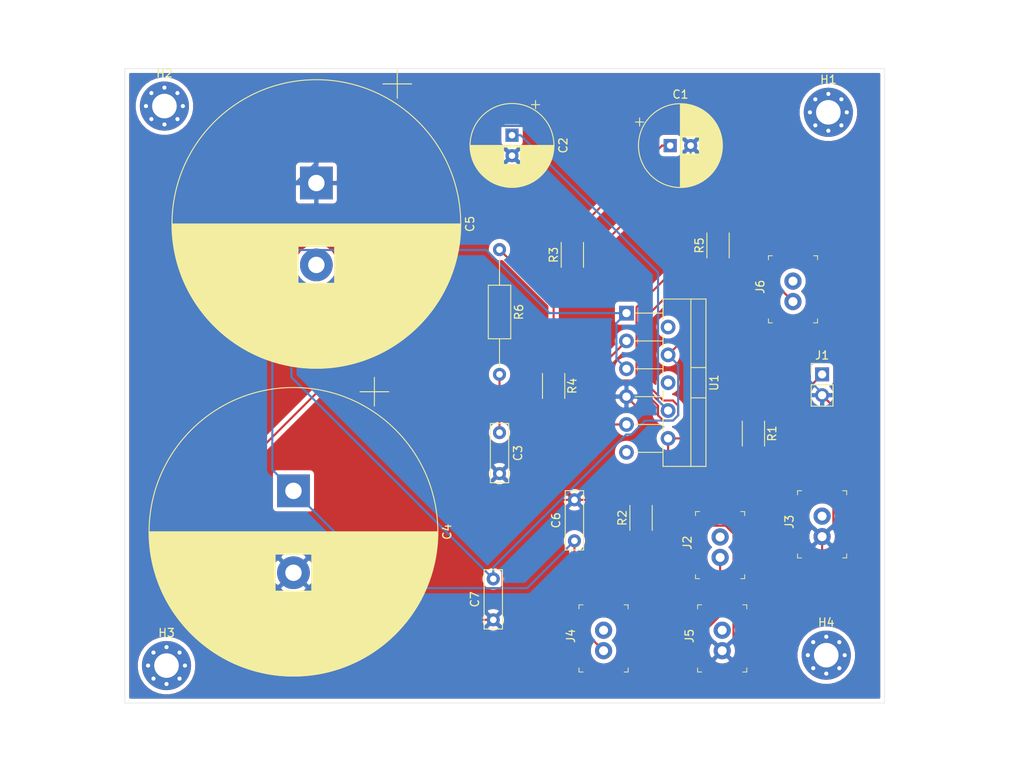
<source format=kicad_pcb>
(kicad_pcb (version 20171130) (host pcbnew 5.1.10-88a1d61d58~90~ubuntu20.04.1)
  (layers (0 F.Cu signal) (31 B.Cu signal) (34 B.Paste user) (35 F.Paste user) (36 B.SilkS user) (37 F.SilkS user) (38 B.Mask user) (39 F.Mask user) (44 Edge.Cuts user))
  (net 0 "")
  (net 1 "Net-(C1-Pad1)")
  (net 2 GND)
  (net 3 "Net-(C2-Pad1)")
  (net 4 "Net-(C3-Pad1)")
  (net 5 +36V)
  (net 6 -36V)
  (net 7 "Net-(J1-Pad1)")
  (net 8 "Net-(J2-Pad1)")
  (net 9 "Net-(R1-Pad1)")
  (net 10 "Net-(R3-Pad1)")
  (net 11 "Net-(U1-Pad2)")
  (net 12 "Net-(U1-Pad6)")
  (net 13 "Net-(U1-Pad11)")
  (module Capacitor_THT:CP_Radial_D10.0mm_P2.50mm (layer F.Cu) (at 159.258 44.958)
    (fp_text reference C1 (at 1.25 -6.25) (layer F.SilkS))
    (fp_text value 100uF)
    (pad 2 thru_hole circle (at 2.5 0) (size 1.6 1.6) (drill 0.8) (layers *.Cu *.Mask) (net 2 GND))
    (pad 1 thru_hole rect (at 0 0) (size 1.6 1.6) (drill 0.8) (layers *.Cu *.Mask) (net 1 "Net-(C1-Pad1)"))
  )
  (module Capacitor_THT:CP_Radial_D10.0mm_P2.50mm (layer F.Cu) (at 139.954 43.688 270)
    (fp_text reference C2 (at 1.25 -6.25 90) (layer F.SilkS))
    (fp_text value 100uF)
    (pad 1 thru_hole rect (at 0 0 270) (size 1.6 1.6) (drill 0.8) (layers *.Cu *.Mask) (net 3 "Net-(C2-Pad1)"))
    (pad 2 thru_hole circle (at 2.5 0 270) (size 1.6 1.6) (drill 0.8) (layers *.Cu *.Mask) (net 2 GND))
  )
  (module Capacitor_THT:C_Rect_L7.0mm_W2.0mm_P5.00mm (layer F.Cu) (at 138.43 80.01 270)
    (fp_text reference C3 (at 2.5 -2.25 90) (layer F.SilkS))
    (fp_text value 0.1F/100V)
    (pad 2 thru_hole circle (at 5 0 270) (size 1.6 1.6) (drill 0.8) (layers *.Cu *.Mask) (net 2 GND))
    (pad 1 thru_hole circle (at 0 0 270) (size 1.6 1.6) (drill 0.8) (layers *.Cu *.Mask) (net 4 "Net-(C3-Pad1)"))
  )
  (module Capacitor_THT:C_Rect_L7.0mm_W2.0mm_P5.00mm (layer F.Cu) (at 147.574 93.218 90)
    (fp_text reference C6 (at 2.5 -2.25 90) (layer F.SilkS))
    (fp_text value 0.1uF/100V)
    (pad 1 thru_hole circle (at 0 0 90) (size 1.6 1.6) (drill 0.8) (layers *.Cu *.Mask) (net 5 +36V))
    (pad 2 thru_hole circle (at 5 0 90) (size 1.6 1.6) (drill 0.8) (layers *.Cu *.Mask) (net 2 GND))
  )
  (module Capacitor_THT:C_Rect_L7.0mm_W2.0mm_P5.00mm (layer F.Cu) (at 137.668 102.87 90)
    (fp_text reference C7 (at 2.5 -2.25 90) (layer F.SilkS))
    (fp_text value 0.1uF/100V)
    (pad 2 thru_hole circle (at 5 0 90) (size 1.6 1.6) (drill 0.8) (layers *.Cu *.Mask) (net 6 -36V))
    (pad 1 thru_hole circle (at 0 0 90) (size 1.6 1.6) (drill 0.8) (layers *.Cu *.Mask) (net 2 GND))
  )
  (module MountingHole:MountingHole_3mm_Pad_Via (layer F.Cu) (at 178.562 40.894)
    (fp_text reference H1 (at 0 -4) (layer F.SilkS))
    (fp_text value MountingHole)
    (pad 1 thru_hole circle (at 0 0) (size 6 6) (drill 3) (layers *.Cu *.Mask))
    (pad 1 thru_hole circle (at 2.25 0) (size 0.8 0.8) (drill 0.5) (layers *.Cu *.Mask))
    (pad 1 thru_hole circle (at 1.59099 1.59099) (size 0.8 0.8) (drill 0.5) (layers *.Cu *.Mask))
    (pad 1 thru_hole circle (at 0 2.25) (size 0.8 0.8) (drill 0.5) (layers *.Cu *.Mask))
    (pad 1 thru_hole circle (at -1.59099 1.59099) (size 0.8 0.8) (drill 0.5) (layers *.Cu *.Mask))
    (pad 1 thru_hole circle (at -2.25 0) (size 0.8 0.8) (drill 0.5) (layers *.Cu *.Mask))
    (pad 1 thru_hole circle (at -1.59099 -1.59099) (size 0.8 0.8) (drill 0.5) (layers *.Cu *.Mask))
    (pad 1 thru_hole circle (at 0 -2.25) (size 0.8 0.8) (drill 0.5) (layers *.Cu *.Mask))
    (pad 1 thru_hole circle (at 1.59099 -1.59099) (size 0.8 0.8) (drill 0.5) (layers *.Cu *.Mask))
  )
  (module MountingHole:MountingHole_3mm_Pad_Via (layer F.Cu) (at 97.536 40.132)
    (fp_text reference H2 (at 0 -4) (layer F.SilkS))
    (fp_text value MountingHole)
    (pad 1 thru_hole circle (at 1.59099 -1.59099) (size 0.8 0.8) (drill 0.5) (layers *.Cu *.Mask))
    (pad 1 thru_hole circle (at 0 -2.25) (size 0.8 0.8) (drill 0.5) (layers *.Cu *.Mask))
    (pad 1 thru_hole circle (at -1.59099 -1.59099) (size 0.8 0.8) (drill 0.5) (layers *.Cu *.Mask))
    (pad 1 thru_hole circle (at -2.25 0) (size 0.8 0.8) (drill 0.5) (layers *.Cu *.Mask))
    (pad 1 thru_hole circle (at -1.59099 1.59099) (size 0.8 0.8) (drill 0.5) (layers *.Cu *.Mask))
    (pad 1 thru_hole circle (at 0 2.25) (size 0.8 0.8) (drill 0.5) (layers *.Cu *.Mask))
    (pad 1 thru_hole circle (at 1.59099 1.59099) (size 0.8 0.8) (drill 0.5) (layers *.Cu *.Mask))
    (pad 1 thru_hole circle (at 2.25 0) (size 0.8 0.8) (drill 0.5) (layers *.Cu *.Mask))
    (pad 1 thru_hole circle (at 0 0) (size 6 6) (drill 3) (layers *.Cu *.Mask))
  )
  (module MountingHole:MountingHole_3mm_Pad_Via (layer F.Cu) (at 97.79 108.458)
    (fp_text reference H3 (at 0 -4) (layer F.SilkS))
    (fp_text value MountingHole)
    (pad 1 thru_hole circle (at 0 0) (size 6 6) (drill 3) (layers *.Cu *.Mask))
    (pad 1 thru_hole circle (at 2.25 0) (size 0.8 0.8) (drill 0.5) (layers *.Cu *.Mask))
    (pad 1 thru_hole circle (at 1.59099 1.59099) (size 0.8 0.8) (drill 0.5) (layers *.Cu *.Mask))
    (pad 1 thru_hole circle (at 0 2.25) (size 0.8 0.8) (drill 0.5) (layers *.Cu *.Mask))
    (pad 1 thru_hole circle (at -1.59099 1.59099) (size 0.8 0.8) (drill 0.5) (layers *.Cu *.Mask))
    (pad 1 thru_hole circle (at -2.25 0) (size 0.8 0.8) (drill 0.5) (layers *.Cu *.Mask))
    (pad 1 thru_hole circle (at -1.59099 -1.59099) (size 0.8 0.8) (drill 0.5) (layers *.Cu *.Mask))
    (pad 1 thru_hole circle (at 0 -2.25) (size 0.8 0.8) (drill 0.5) (layers *.Cu *.Mask))
    (pad 1 thru_hole circle (at 1.59099 -1.59099) (size 0.8 0.8) (drill 0.5) (layers *.Cu *.Mask))
  )
  (module MountingHole:MountingHole_3mm_Pad_Via (layer F.Cu) (at 178.308 107.188)
    (fp_text reference H4 (at 0 -4) (layer F.SilkS))
    (fp_text value MountingHole)
    (pad 1 thru_hole circle (at 1.59099 -1.59099) (size 0.8 0.8) (drill 0.5) (layers *.Cu *.Mask))
    (pad 1 thru_hole circle (at 0 -2.25) (size 0.8 0.8) (drill 0.5) (layers *.Cu *.Mask))
    (pad 1 thru_hole circle (at -1.59099 -1.59099) (size 0.8 0.8) (drill 0.5) (layers *.Cu *.Mask))
    (pad 1 thru_hole circle (at -2.25 0) (size 0.8 0.8) (drill 0.5) (layers *.Cu *.Mask))
    (pad 1 thru_hole circle (at -1.59099 1.59099) (size 0.8 0.8) (drill 0.5) (layers *.Cu *.Mask))
    (pad 1 thru_hole circle (at 0 2.25) (size 0.8 0.8) (drill 0.5) (layers *.Cu *.Mask))
    (pad 1 thru_hole circle (at 1.59099 1.59099) (size 0.8 0.8) (drill 0.5) (layers *.Cu *.Mask))
    (pad 1 thru_hole circle (at 2.25 0) (size 0.8 0.8) (drill 0.5) (layers *.Cu *.Mask))
    (pad 1 thru_hole circle (at 0 0) (size 6 6) (drill 3) (layers *.Cu *.Mask))
  )
  (module Connector_PinHeader_2.54mm:PinHeader_1x02_P2.54mm_Vertical (layer F.Cu) (at 177.8 72.898)
    (fp_text reference J1 (at 0 -2.33) (layer F.SilkS))
    (fp_text value Input)
    (pad 1 thru_hole rect (at 0 0) (size 1.7 1.7) (drill 1) (layers *.Cu *.Mask) (net 7 "Net-(J1-Pad1)"))
    (pad 2 thru_hole oval (at 0 2.54) (size 1.7 1.7) (drill 1) (layers *.Cu *.Mask) (net 2 GND))
  )
  (module digikey-footprints:PinHeader_1x2_P2.5mm_Drill1.1mm (layer F.Cu) (at 165.354 95.25 90)
    (fp_text reference J2 (at 1.8 -4 90) (layer F.SilkS))
    (fp_text value Output+)
    (pad 2 thru_hole circle (at 2.5 0 90) (size 2.1 2.1) (drill 1.1) (layers *.Cu *.Mask))
    (pad 1 thru_hole circle (at 0 0 90) (size 2.1 2.1) (drill 1.1) (layers *.Cu *.Mask) (net 8 "Net-(J2-Pad1)"))
  )
  (module digikey-footprints:PinHeader_1x2_P2.5mm_Drill1.1mm (layer F.Cu) (at 177.8 92.71 90)
    (fp_text reference J3 (at 1.8 -4 90) (layer F.SilkS))
    (fp_text value Output-)
    (pad 1 thru_hole circle (at 0 0 90) (size 2.1 2.1) (drill 1.1) (layers *.Cu *.Mask) (net 2 GND))
    (pad 2 thru_hole circle (at 2.5 0 90) (size 2.1 2.1) (drill 1.1) (layers *.Cu *.Mask))
  )
  (module digikey-footprints:PinHeader_1x2_P2.5mm_Drill1.1mm (layer F.Cu) (at 151.13 106.64 90)
    (fp_text reference J4 (at 1.8 -4 90) (layer F.SilkS))
    (fp_text value V+)
    (pad 1 thru_hole circle (at 0 0 90) (size 2.1 2.1) (drill 1.1) (layers *.Cu *.Mask) (net 5 +36V))
    (pad 2 thru_hole circle (at 2.5 0 90) (size 2.1 2.1) (drill 1.1) (layers *.Cu *.Mask))
  )
  (module digikey-footprints:PinHeader_1x2_P2.5mm_Drill1.1mm (layer F.Cu) (at 165.608 106.64 90)
    (fp_text reference J5 (at 1.8 -4 90) (layer F.SilkS))
    (fp_text value GND)
    (pad 2 thru_hole circle (at 2.5 0 90) (size 2.1 2.1) (drill 1.1) (layers *.Cu *.Mask))
    (pad 1 thru_hole circle (at 0 0 90) (size 2.1 2.1) (drill 1.1) (layers *.Cu *.Mask) (net 2 GND))
  )
  (module digikey-footprints:PinHeader_1x2_P2.5mm_Drill1.1mm (layer F.Cu) (at 174.244 64.008 90)
    (fp_text reference J6 (at 1.8 -4 90) (layer F.SilkS))
    (fp_text value V-)
    (pad 2 thru_hole circle (at 2.5 0 90) (size 2.1 2.1) (drill 1.1) (layers *.Cu *.Mask))
    (pad 1 thru_hole circle (at 0 0 90) (size 2.1 2.1) (drill 1.1) (layers *.Cu *.Mask) (net 6 -36V))
  )
  (module Resistor_SMD:R_2010_5025Metric_Pad1.40x2.65mm_HandSolder (layer F.Cu) (at 169.418 80.124 270)
    (fp_text reference R1 (at 0 -2.28 90) (layer F.SilkS))
    (fp_text value 1k)
    (pad 2 smd roundrect (at 2.4 0 270) (size 1.4 2.65) (layers F.Cu F.Paste F.Mask) (roundrect_rratio 0.178571) (net 7 "Net-(J1-Pad1)"))
    (pad 1 smd roundrect (at -2.4 0 270) (size 1.4 2.65) (layers F.Cu F.Paste F.Mask) (roundrect_rratio 0.178571) (net 9 "Net-(R1-Pad1)"))
  )
  (module Resistor_SMD:R_2010_5025Metric_Pad1.40x2.65mm_HandSolder (layer F.Cu) (at 155.702 90.424 90)
    (fp_text reference R2 (at 0 -2.28 90) (layer F.SilkS))
    (fp_text value 22k)
    (pad 2 smd roundrect (at 2.4 0 90) (size 1.4 2.65) (layers F.Cu F.Paste F.Mask) (roundrect_rratio 0.178571) (net 2 GND))
    (pad 1 smd roundrect (at -2.4 0 90) (size 1.4 2.65) (layers F.Cu F.Paste F.Mask) (roundrect_rratio 0.178571) (net 9 "Net-(R1-Pad1)"))
  )
  (module Resistor_SMD:R_2010_5025Metric_Pad1.40x2.65mm_HandSolder (layer F.Cu) (at 147.32 58.306 90)
    (fp_text reference R3 (at 0 -2.28 90) (layer F.SilkS))
    (fp_text value 680)
    (pad 1 smd roundrect (at -2.4 0 90) (size 1.4 2.65) (layers F.Cu F.Paste F.Mask) (roundrect_rratio 0.178571) (net 10 "Net-(R3-Pad1)"))
    (pad 2 smd roundrect (at 2.4 0 90) (size 1.4 2.65) (layers F.Cu F.Paste F.Mask) (roundrect_rratio 0.178571) (net 1 "Net-(C1-Pad1)"))
  )
  (module Resistor_SMD:R_2010_5025Metric_Pad1.40x2.65mm_HandSolder (layer F.Cu) (at 145.034 74.308 270)
    (fp_text reference R4 (at 0 -2.28 90) (layer F.SilkS))
    (fp_text value 22k)
    (pad 2 smd roundrect (at 2.4 0 270) (size 1.4 2.65) (layers F.Cu F.Paste F.Mask) (roundrect_rratio 0.178571) (net 10 "Net-(R3-Pad1)"))
    (pad 1 smd roundrect (at -2.4 0 270) (size 1.4 2.65) (layers F.Cu F.Paste F.Mask) (roundrect_rratio 0.178571) (net 8 "Net-(J2-Pad1)"))
  )
  (module Resistor_SMD:R_2010_5025Metric_Pad1.40x2.65mm_HandSolder (layer F.Cu) (at 165.1 57.15 90)
    (fp_text reference R5 (at 0 -2.28 90) (layer F.SilkS))
    (fp_text value 10k)
    (pad 2 smd roundrect (at 2.4 0 90) (size 1.4 2.65) (layers F.Cu F.Paste F.Mask) (roundrect_rratio 0.178571) (net 3 "Net-(C2-Pad1)"))
    (pad 1 smd roundrect (at -2.4 0 90) (size 1.4 2.65) (layers F.Cu F.Paste F.Mask) (roundrect_rratio 0.178571) (net 6 -36V))
  )
  (module Resistor_THT:R_Axial_DIN0207_L6.3mm_D2.5mm_P15.24mm_Horizontal (layer F.Cu) (at 138.43 57.658 270)
    (fp_text reference R6 (at 7.62 -2.37 90) (layer F.SilkS))
    (fp_text value 2.7/5W)
    (pad 2 thru_hole oval (at 15.24 0 270) (size 1.6 1.6) (drill 0.8) (layers *.Cu *.Mask) (net 4 "Net-(C3-Pad1)"))
    (pad 1 thru_hole circle (at 0 0 270) (size 1.6 1.6) (drill 0.8) (layers *.Cu *.Mask) (net 8 "Net-(J2-Pad1)"))
  )
  (module Package_TO_SOT_THT:TO-220-11_P3.4x5.08mm_StaggerOdd_Lead4.85mm_Vertical (layer F.Cu) (at 153.924 65.414 270)
    (fp_text reference U1 (at 8.5 -10.7 90) (layer F.SilkS))
    (fp_text value LM3886)
    (pad 11 thru_hole oval (at 17 0 270) (size 1.8 1.8) (drill 1) (layers *.Cu *.Mask) (net 13 "Net-(U1-Pad11)"))
    (pad 10 thru_hole oval (at 15.3 -5.08 270) (size 1.8 1.8) (drill 1) (layers *.Cu *.Mask) (net 9 "Net-(R1-Pad1)"))
    (pad 9 thru_hole oval (at 13.6 0 270) (size 1.8 1.8) (drill 1) (layers *.Cu *.Mask) (net 10 "Net-(R3-Pad1)"))
    (pad 8 thru_hole oval (at 11.9 -5.08 270) (size 1.8 1.8) (drill 1) (layers *.Cu *.Mask) (net 3 "Net-(C2-Pad1)"))
    (pad 7 thru_hole oval (at 10.2 0 270) (size 1.8 1.8) (drill 1) (layers *.Cu *.Mask) (net 2 GND))
    (pad 6 thru_hole oval (at 8.5 -5.08 270) (size 1.8 1.8) (drill 1) (layers *.Cu *.Mask) (net 12 "Net-(U1-Pad6)"))
    (pad 5 thru_hole oval (at 6.8 0 270) (size 1.8 1.8) (drill 1) (layers *.Cu *.Mask) (net 5 +36V))
    (pad 4 thru_hole oval (at 5.1 -5.08 270) (size 1.8 1.8) (drill 1) (layers *.Cu *.Mask) (net 6 -36V))
    (pad 3 thru_hole oval (at 3.4 0 270) (size 1.8 1.8) (drill 1) (layers *.Cu *.Mask) (net 8 "Net-(J2-Pad1)"))
    (pad 2 thru_hole oval (at 1.7 -5.08 270) (size 1.8 1.8) (drill 1) (layers *.Cu *.Mask) (net 11 "Net-(U1-Pad2)"))
    (pad 1 thru_hole rect (at 0 0 270) (size 1.8 1.8) (drill 1) (layers *.Cu *.Mask) (net 5 +36V))
  )
  (module Capacitor_THT:CP_Radial_D35.0mm_P10.00mm_SnapIn (layer F.Cu) (at 113.284 87.122 270)
    (fp_text reference C4 (at 5 -18.75 90) (layer F.SilkS))
    (fp_text value 2200uF)
    (pad 1 thru_hole rect (at 0 0 270) (size 4 4) (drill 2) (layers *.Cu *.Mask) (net 5 +36V))
    (pad 2 thru_hole circle (at 10 0 270) (size 4 4) (drill 2) (layers *.Cu *.Mask) (net 2 GND))
  )
  (module Capacitor_THT:CP_Radial_D35.0mm_P10.00mm_SnapIn (layer F.Cu) (at 116.078 49.53 270)
    (fp_text reference C5 (at 5 -18.75 90) (layer F.SilkS))
    (fp_text value 2200uF)
    (pad 2 thru_hole circle (at 10 0 270) (size 4 4) (drill 2) (layers *.Cu *.Mask) (net 6 -36V))
    (pad 1 thru_hole rect (at 0 0 270) (size 4 4) (drill 2) (layers *.Cu *.Mask) (net 2 GND))
  )
  (gr_line (start 92.71 113.03) (end 92.71 109.22) (layer Edge.Cuts) (width 0.05))
  (gr_line (start 185.42 113.03) (end 92.71 113.03) (layer Edge.Cuts) (width 0.05))
  (gr_line (start 92.71 109.22) (end 92.71 35.56) (layer Edge.Cuts) (width 0.05))
  (gr_line (start 185.42 35.56) (end 185.42 113.03) (layer Edge.Cuts) (width 0.05))
  (gr_line (start 92.71 35.56) (end 185.42 35.56) (layer Edge.Cuts) (width 0.05))
  (segment (start 158.268 44.958) (end 159.258 44.958) (width 0.254) (layer F.Cu) (net 1))
  (segment (start 147.32 55.906) (end 158.268 44.958) (width 0.254) (layer F.Cu) (net 1))
  (segment (start 119.032 102.87) (end 113.284 97.122) (width 0.254) (layer F.Cu) (net 2))
  (segment (start 137.668 102.87) (end 119.032 102.87) (width 0.254) (layer F.Cu) (net 2))
  (segment (start 138.795001 96.996999) (end 147.574 88.218) (width 0.254) (layer F.Cu) (net 2))
  (segment (start 138.795001 101.742999) (end 138.795001 96.996999) (width 0.254) (layer F.Cu) (net 2))
  (segment (start 137.668 102.87) (end 138.795001 101.742999) (width 0.254) (layer F.Cu) (net 2))
  (segment (start 141.638 88.218) (end 138.43 85.01) (width 0.254) (layer F.Cu) (net 2))
  (segment (start 147.574 88.218) (end 141.638 88.218) (width 0.254) (layer F.Cu) (net 2))
  (segment (start 155.508 88.218) (end 155.702 88.024) (width 0.254) (layer F.Cu) (net 2))
  (segment (start 147.574 88.218) (end 155.508 88.218) (width 0.254) (layer F.Cu) (net 2))
  (segment (start 155.702 77.392) (end 153.924 75.614) (width 0.254) (layer F.Cu) (net 2))
  (segment (start 155.702 88.024) (end 155.702 77.392) (width 0.254) (layer F.Cu) (net 2))
  (segment (start 166.985001 92.343039) (end 166.985001 105.262999) (width 0.254) (layer F.Cu) (net 2))
  (segment (start 166.985001 105.262999) (end 165.608 106.64) (width 0.254) (layer F.Cu) (net 2))
  (segment (start 166.014961 91.372999) (end 166.985001 92.343039) (width 0.254) (layer F.Cu) (net 2))
  (segment (start 161.187983 91.372999) (end 166.014961 91.372999) (width 0.254) (layer F.Cu) (net 2))
  (segment (start 156.548982 96.012) (end 161.187983 91.372999) (width 0.254) (layer F.Cu) (net 2))
  (segment (start 154.04999 93.513008) (end 156.548982 96.012) (width 0.254) (layer F.Cu) (net 2))
  (segment (start 154.04999 89.67601) (end 154.04999 93.513008) (width 0.254) (layer F.Cu) (net 2))
  (segment (start 155.702 88.024) (end 154.04999 89.67601) (width 0.254) (layer F.Cu) (net 2))
  (segment (start 177.8 94.448) (end 177.8 92.71) (width 0.254) (layer F.Cu) (net 2))
  (segment (start 165.608 106.64) (end 177.8 94.448) (width 0.254) (layer F.Cu) (net 2))
  (segment (start 179.177001 91.332999) (end 177.8 92.71) (width 0.254) (layer F.Cu) (net 2))
  (segment (start 179.177001 76.815001) (end 179.177001 91.332999) (width 0.254) (layer F.Cu) (net 2))
  (segment (start 177.8 75.438) (end 179.177001 76.815001) (width 0.254) (layer F.Cu) (net 2))
  (segment (start 159.360999 42.560999) (end 161.758 44.958) (width 0.254) (layer B.Cu) (net 2))
  (segment (start 113.03 50.038) (end 120.507001 42.560999) (width 0.254) (layer B.Cu) (net 2))
  (segment (start 136.326999 42.560999) (end 135.747001 42.560999) (width 0.254) (layer B.Cu) (net 2))
  (segment (start 139.954 46.188) (end 136.326999 42.560999) (width 0.254) (layer B.Cu) (net 2))
  (segment (start 135.747001 42.560999) (end 159.360999 42.560999) (width 0.254) (layer B.Cu) (net 2))
  (segment (start 120.507001 42.560999) (end 135.747001 42.560999) (width 0.254) (layer B.Cu) (net 2))
  (segment (start 177.8 75.186602) (end 177.8 75.438) (width 0.254) (layer B.Cu) (net 2))
  (segment (start 161.758 59.144602) (end 177.8 75.186602) (width 0.254) (layer B.Cu) (net 2))
  (segment (start 161.758 44.958) (end 161.758 59.144602) (width 0.254) (layer B.Cu) (net 2))
  (segment (start 155.151001 64.698999) (end 165.1 54.75) (width 0.254) (layer F.Cu) (net 3))
  (segment (start 155.151001 73.461001) (end 155.151001 64.698999) (width 0.254) (layer F.Cu) (net 3))
  (segment (start 159.004 77.314) (end 155.151001 73.461001) (width 0.254) (layer F.Cu) (net 3))
  (segment (start 157.776999 76.086999) (end 159.004 77.314) (width 0.254) (layer B.Cu) (net 3))
  (segment (start 157.776999 60.456999) (end 157.776999 76.086999) (width 0.254) (layer B.Cu) (net 3))
  (segment (start 141.008 43.688) (end 157.776999 60.456999) (width 0.254) (layer B.Cu) (net 3))
  (segment (start 139.954 43.688) (end 141.008 43.688) (width 0.254) (layer B.Cu) (net 3))
  (segment (start 138.43 80.01) (end 138.43 72.898) (width 0.254) (layer F.Cu) (net 4))
  (segment (start 147.574 103.084) (end 151.13 106.64) (width 0.254) (layer F.Cu) (net 5))
  (segment (start 147.574 93.218) (end 147.574 103.084) (width 0.254) (layer F.Cu) (net 5))
  (segment (start 125.159001 98.997001) (end 113.284 87.122) (width 0.254) (layer B.Cu) (net 5))
  (segment (start 141.794999 98.997001) (end 125.159001 98.997001) (width 0.254) (layer B.Cu) (net 5))
  (segment (start 147.574 93.218) (end 141.794999 98.997001) (width 0.254) (layer B.Cu) (net 5))
  (segment (start 144.518038 65.414) (end 153.924 65.414) (width 0.254) (layer B.Cu) (net 5))
  (segment (start 136.815037 57.710999) (end 144.518038 65.414) (width 0.254) (layer B.Cu) (net 5))
  (segment (start 111.913039 57.710999) (end 136.815037 57.710999) (width 0.254) (layer B.Cu) (net 5))
  (segment (start 110.702999 58.921039) (end 111.913039 57.710999) (width 0.254) (layer B.Cu) (net 5))
  (segment (start 110.702999 84.540999) (end 110.702999 58.921039) (width 0.254) (layer B.Cu) (net 5))
  (segment (start 113.284 87.122) (end 110.702999 84.540999) (width 0.254) (layer B.Cu) (net 5))
  (segment (start 152.696999 70.986999) (end 153.924 72.214) (width 0.254) (layer B.Cu) (net 5))
  (segment (start 152.696999 66.641001) (end 152.696999 70.986999) (width 0.254) (layer B.Cu) (net 5))
  (segment (start 153.924 65.414) (end 152.696999 66.641001) (width 0.254) (layer B.Cu) (net 5))
  (segment (start 165.1 64.418) (end 159.004 70.514) (width 0.254) (layer F.Cu) (net 6))
  (segment (start 165.1 59.55) (end 165.1 64.418) (width 0.254) (layer F.Cu) (net 6))
  (segment (start 165.1 59.55) (end 165.1 64.262) (width 0.254) (layer F.Cu) (net 6))
  (segment (start 169.786 59.55) (end 174.244 64.008) (width 0.254) (layer F.Cu) (net 6))
  (segment (start 165.1 59.55) (end 169.786 59.55) (width 0.254) (layer F.Cu) (net 6))
  (segment (start 113.03 73.232) (end 137.668 97.87) (width 0.254) (layer B.Cu) (net 6))
  (segment (start 113.03 60.038) (end 113.03 73.232) (width 0.254) (layer B.Cu) (net 6))
  (segment (start 160.231001 71.741001) (end 159.004 70.514) (width 0.254) (layer B.Cu) (net 6))
  (segment (start 160.231001 77.902961) (end 160.231001 71.741001) (width 0.254) (layer B.Cu) (net 6))
  (segment (start 159.592961 78.541001) (end 160.231001 77.902961) (width 0.254) (layer B.Cu) (net 6))
  (segment (start 156.212961 78.541001) (end 159.592961 78.541001) (width 0.254) (layer B.Cu) (net 6))
  (segment (start 154.512961 80.241001) (end 156.212961 78.541001) (width 0.254) (layer B.Cu) (net 6))
  (segment (start 153.883037 80.241001) (end 154.512961 80.241001) (width 0.254) (layer B.Cu) (net 6))
  (segment (start 137.668 96.456038) (end 153.883037 80.241001) (width 0.254) (layer B.Cu) (net 6))
  (segment (start 137.668 97.87) (end 137.668 96.456038) (width 0.254) (layer B.Cu) (net 6))
  (segment (start 169.418 81.28) (end 177.8 72.898) (width 0.254) (layer F.Cu) (net 7))
  (segment (start 169.418 82.524) (end 169.418 81.28) (width 0.254) (layer F.Cu) (net 7))
  (segment (start 145.034 64.262) (end 138.43 57.658) (width 0.254) (layer F.Cu) (net 8))
  (segment (start 145.034 71.908) (end 145.034 64.262) (width 0.254) (layer F.Cu) (net 8))
  (segment (start 150.83 71.908) (end 153.924 68.814) (width 0.254) (layer F.Cu) (net 8))
  (segment (start 145.034 71.908) (end 150.83 71.908) (width 0.254) (layer F.Cu) (net 8))
  (segment (start 144.334 71.208) (end 120.054 71.208) (width 0.254) (layer F.Cu) (net 8))
  (segment (start 145.034 71.908) (end 144.334 71.208) (width 0.254) (layer F.Cu) (net 8))
  (segment (start 120.054 71.208) (end 105.918 85.344) (width 0.254) (layer F.Cu) (net 8))
  (segment (start 105.918 102.362) (end 115.062 111.506) (width 0.254) (layer F.Cu) (net 8))
  (segment (start 105.918 85.344) (end 105.918 102.362) (width 0.254) (layer F.Cu) (net 8))
  (segment (start 115.062 111.506) (end 156.21 111.506) (width 0.254) (layer F.Cu) (net 8))
  (segment (start 165.354 102.362) (end 165.354 95.25) (width 0.254) (layer F.Cu) (net 8))
  (segment (start 156.21 111.506) (end 165.354 102.362) (width 0.254) (layer F.Cu) (net 8))
  (segment (start 166.428 80.714) (end 169.418 77.724) (width 0.254) (layer F.Cu) (net 9))
  (segment (start 159.004 80.714) (end 166.428 80.714) (width 0.254) (layer F.Cu) (net 9))
  (segment (start 159.004 89.522) (end 155.702 92.824) (width 0.254) (layer F.Cu) (net 9))
  (segment (start 159.004 80.714) (end 159.004 89.522) (width 0.254) (layer F.Cu) (net 9))
  (segment (start 147.34 79.014) (end 145.034 76.708) (width 0.254) (layer F.Cu) (net 10))
  (segment (start 153.924 79.014) (end 147.34 79.014) (width 0.254) (layer F.Cu) (net 10))
  (segment (start 154.30301 53.72299) (end 147.32 60.706) (width 0.254) (layer F.Cu) (net 10))
  (segment (start 166.75201 55.439008) (end 166.75201 54.060992) (width 0.254) (layer F.Cu) (net 10))
  (segment (start 166.75201 54.060992) (end 166.414008 53.72299) (width 0.254) (layer F.Cu) (net 10))
  (segment (start 155.605011 66.586007) (end 166.75201 55.439008) (width 0.254) (layer F.Cu) (net 10))
  (segment (start 166.414008 53.72299) (end 154.30301 53.72299) (width 0.254) (layer F.Cu) (net 10))
  (segment (start 155.605011 73.272945) (end 155.605011 66.586007) (width 0.254) (layer F.Cu) (net 10))
  (segment (start 158.419065 76.086999) (end 155.605011 73.272945) (width 0.254) (layer F.Cu) (net 10))
  (segment (start 159.592961 76.086999) (end 158.419065 76.086999) (width 0.254) (layer F.Cu) (net 10))
  (segment (start 160.231001 76.725039) (end 159.592961 76.086999) (width 0.254) (layer F.Cu) (net 10))
  (segment (start 160.231001 77.902961) (end 160.231001 76.725039) (width 0.254) (layer F.Cu) (net 10))
  (segment (start 159.592961 78.541001) (end 160.231001 77.902961) (width 0.254) (layer F.Cu) (net 10))
  (segment (start 158.415039 78.541001) (end 159.592961 78.541001) (width 0.254) (layer F.Cu) (net 10))
  (segment (start 157.776999 77.902961) (end 158.415039 78.541001) (width 0.254) (layer F.Cu) (net 10))
  (segment (start 157.776999 76.729066) (end 157.776999 77.902961) (width 0.254) (layer F.Cu) (net 10))
  (segment (start 154.696991 73.649058) (end 157.776999 76.729066) (width 0.254) (layer F.Cu) (net 10))
  (segment (start 148.092942 73.649058) (end 154.696991 73.649058) (width 0.254) (layer F.Cu) (net 10))
  (segment (start 145.034 76.708) (end 148.092942 73.649058) (width 0.254) (layer F.Cu) (net 10))
  (zone (net 2) (net_name GND) (layer F.Cu) (connect_pads (clearance 0.508)) (min_thickness 0.254) (fill yes (arc_segments 32) (thermal_gap 0.508) (thermal_bridge_width 0.508))
    (polygon (pts (xy 195.58 30.734) (xy 194.31 120.65) (xy 91.694 115.062) (xy 89.662 29.972)))
  )
  (zone (net 2) (net_name GND) (layer B.Cu) (connect_pads (clearance 0.508)) (min_thickness 0.254) (fill yes (arc_segments 32) (thermal_gap 0.508) (thermal_bridge_width 0.508))
    (polygon (pts (xy 202.438 30.226) (xy 198.374 120.396) (xy 77.47 122.174) (xy 78.486 27.178)))
  )
)
</source>
